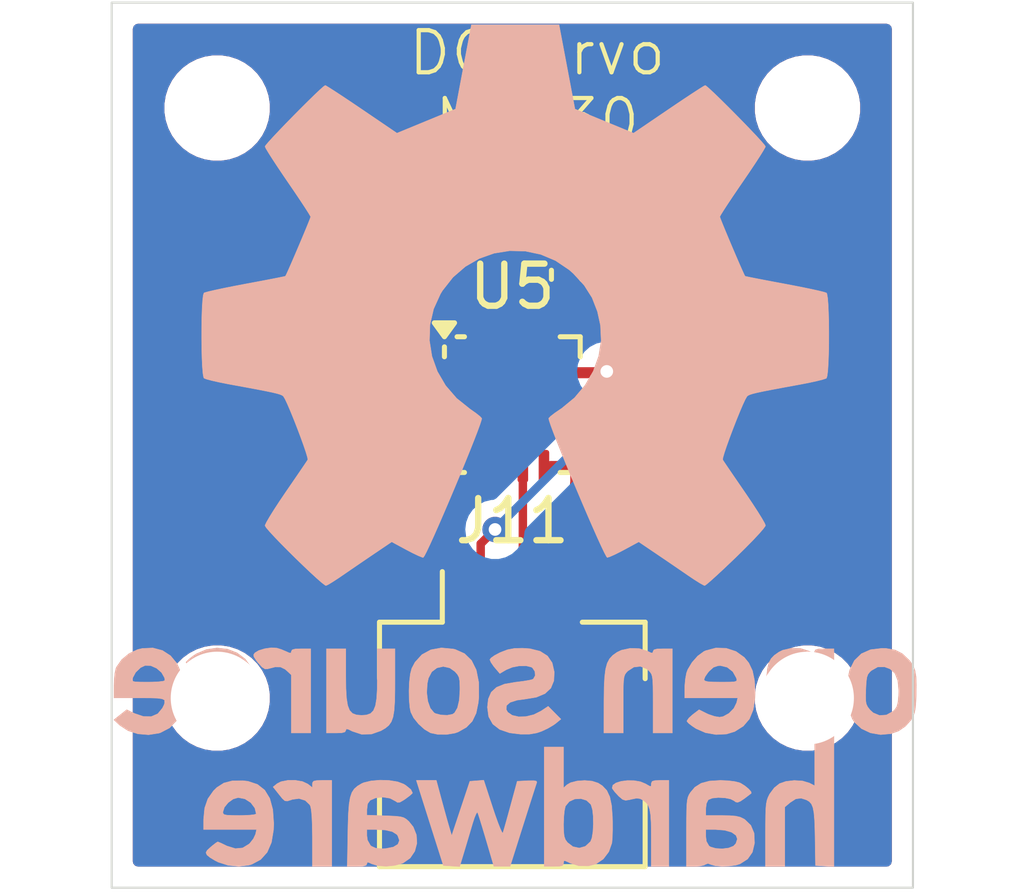
<source format=kicad_pcb>
(kicad_pcb (version 20240108) (generator "pcbnew") (generator_version "8.0")
  (layers (0 "F.Cu" signal "Front") (1 "In1.Cu" signal) (2 "In2.Cu" signal) (31 "B.Cu" signal "Back") (34 "B.Paste" user) (35 "F.Paste" user) (36 "B.SilkS" user "B.Silkscreen") (37 "F.SilkS" user "F.Silkscreen") (38 "B.Mask" user) (39 "F.Mask" user) (44 "Edge.Cuts" user))
  (net 0 "")
  (net 1 "+3.3V")
  (net 2 "GND1")
  (net 13 "Net-(J11-Pin_4)")
  (net 14 "Net-(J11-Pin_2)")
  (net 15 "Net-(J11-Pin_5)")
  (net 16 "Net-(J11-Pin_1)")
  (footprint "MountingHole:MountingHole_2.2mm_M2" (layer "F.Cu") (at 187.66 52.75)
    (property "Reference" "H2" (hide yes))
    (property "Value" "MountingHole")
    (pad "" np_thru_hole circle (at 0 0) (size 2.2 2.2) (drill 2.2) (layers "*.Cu" "*.Mask"))
  )
  (footprint "MountingHole:MountingHole_2.2mm_M2" (layer "F.Cu") (at 187.66 38.75)
    (property "Reference" "H8" (hide yes))
    (property "Value" "MountingHole")
    (pad "" np_thru_hole circle (at 0 0) (size 2.2 2.2) (drill 2.2) (layers "*.Cu" "*.Mask"))
  )
  (footprint "Connector_FFC-FPC:Hirose_FH12-6S-0.5SH_1x06-1MP_P0.50mm_Horizontal" (layer "F.Cu") (at 180.66 52.25)
    (property "Reference" "J11" (at 0 -3.7 0) (layer "F.SilkS"))
    (property "Value" "Conn_01x06_MountingPin" (hide yes))
    (fp_line (start -3.15 -1.3) (end -3.15 0.04) (stroke (width 0.12)) (layer "F.SilkS"))
    (fp_line (start -3.15 2.76) (end -3.15 4.5) (stroke (width 0.12)) (layer "F.SilkS"))
    (fp_line (start -3.15 4.5) (end 3.15 4.5) (stroke (width 0.12)) (layer "F.SilkS"))
    (fp_line (start -1.66 -1.3) (end -3.15 -1.3) (stroke (width 0.12)) (layer "F.SilkS"))
    (fp_line (start -1.66 -1.3) (end -1.66 -2.5) (stroke (width 0.12)) (layer "F.SilkS"))
    (fp_line (start 1.66 -1.3) (end 3.15 -1.3) (stroke (width 0.12)) (layer "F.SilkS"))
    (fp_line (start 3.15 -1.3) (end 3.15 0.04) (stroke (width 0.12)) (layer "F.SilkS"))
    (fp_line (start 3.15 4.5) (end 3.15 2.76) (stroke (width 0.12)) (layer "F.SilkS"))
    (pad "1" smd rect (at -1.25 -1.85) (size 0.3 1.3) (layers "F.Cu" "F.Paste" "F.Mask") (net 16 "Net-(J11-Pin_1)"))
    (pad "2" smd rect (at -0.75 -1.85) (size 0.3 1.3) (layers "F.Cu" "F.Paste" "F.Mask") (net 14 "Net-(J11-Pin_2)"))
    (pad "3" smd rect (at -0.25 -1.85) (size 0.3 1.3) (layers "F.Cu" "F.Paste" "F.Mask") (net 2 "GND1"))
    (pad "4" smd rect (at 0.25 -1.85) (size 0.3 1.3) (layers "F.Cu" "F.Paste" "F.Mask") (net 13 "Net-(J11-Pin_4)"))
    (pad "5" smd rect (at 0.75 -1.85) (size 0.3 1.3) (layers "F.Cu" "F.Paste" "F.Mask") (net 15 "Net-(J11-Pin_5)"))
    (pad "6" smd rect (at 1.25 -1.85) (size 0.3 1.3) (layers "F.Cu" "F.Paste" "F.Mask") (net 1 "+3.3V"))
    (pad "MP" smd rect (at -3.15 1.4) (size 1.8 2.2) (layers "F.Cu" "F.Paste" "F.Mask") (net 2 "GND1"))
    (pad "MP" smd rect (at 3.15 1.4) (size 1.8 2.2) (layers "F.Cu" "F.Paste" "F.Mask") (net 2 "GND1"))
  )
  (footprint "Package_DFN_QFN:QFN-16-1EP_3x3mm_P0.5mm_EP1.75x1.75mm" (layer "F.Cu") (at 180.66 45.787504)
    (property "Reference" "U5" (at 0 -2.8 0) (layer "F.SilkS"))
    (property "Value" "MA730")
    (fp_line (start -1.61 -1.135) (end -1.61 -1.37) (stroke (width 0.12)) (layer "F.SilkS"))
    (fp_line (start -1.61 1.61) (end -1.61 1.134999) (stroke (width 0.12)) (layer "F.SilkS"))
    (fp_line (start -1.135 1.61) (end -1.61 1.61) (stroke (width 0.12)) (layer "F.SilkS"))
    (fp_line (start -1.134999 -1.61) (end -1.31 -1.61) (stroke (width 0.12)) (layer "F.SilkS"))
    (fp_line (start 1.134999 1.61) (end 1.61 1.61) (stroke (width 0.12)) (layer "F.SilkS"))
    (fp_line (start 1.135 -1.61) (end 1.61 -1.61) (stroke (width 0.12)) (layer "F.SilkS"))
    (fp_line (start 1.61 -1.61) (end 1.61 -1.134999) (stroke (width 0.12)) (layer "F.SilkS"))
    (fp_line (start 1.61 1.61) (end 1.61 1.135) (stroke (width 0.12)) (layer "F.SilkS"))
    (fp_poly (pts (xy -1.61 -1.61) (xy -1.849998 -1.940001) (xy -1.37 -1.94) (xy -1.61 -1.61)) (stroke (width 0.12)) (fill solid) (layer "F.SilkS"))
    (pad "1" smd roundrect (at -1.462503 -0.749997) (size 0.775 0.25) (layers "F.Cu" "F.Paste" "F.Mask"))
    (pad "2" smd roundrect (at -1.4625 -0.249998) (size 0.775 0.25) (layers "F.Cu" "F.Paste" "F.Mask"))
    (pad "3" smd roundrect (at -1.462498 0.249999) (size 0.775 0.25) (layers "F.Cu" "F.Paste" "F.Mask"))
    (pad "4" smd roundrect (at -1.462496 0.75) (size 0.775 0.25) (layers "F.Cu" "F.Paste" "F.Mask") (net 15 "Net-(J11-Pin_5)"))
    (pad "5" smd roundrect (at -0.749997 1.462503) (size 0.25 0.775) (layers "F.Cu" "F.Paste" "F.Mask") (net 16 "Net-(J11-Pin_1)"))
    (pad "6" smd roundrect (at -0.249998 1.4625) (size 0.25 0.775) (layers "F.Cu" "F.Paste" "F.Mask"))
    (pad "7" smd roundrect (at 0.249999 1.462498) (size 0.25 0.775) (layers "F.Cu" "F.Paste" "F.Mask") (net 13 "Net-(J11-Pin_4)"))
    (pad "8" smd roundrect (at 0.75 1.462496) (size 0.25 0.775) (layers "F.Cu" "F.Paste" "F.Mask") (net 2 "GND1"))
    (pad "9" smd roundrect (at 1.462503 0.749997) (size 0.775 0.25) (layers "F.Cu" "F.Paste" "F.Mask"))
    (pad "10" smd roundrect (at 1.4625 0.249998) (size 0.775 0.25) (layers "F.Cu" "F.Paste" "F.Mask"))
    (pad "11" smd roundrect (at 1.462498 -0.249999) (size 0.775 0.25) (layers "F.Cu" "F.Paste" "F.Mask"))
    (pad "12" smd roundrect (at 1.462496 -0.75) (size 0.775 0.25) (layers "F.Cu" "F.Paste" "F.Mask") (net 14 "Net-(J11-Pin_2)"))
    (pad "13" smd roundrect (at 0.749997 -1.462503) (size 0.25 0.775) (layers "F.Cu" "F.Paste" "F.Mask") (net 1 "+3.3V"))
    (pad "14" smd roundrect (at 0.249998 -1.4625) (size 0.25 0.775) (layers "F.Cu" "F.Paste" "F.Mask"))
    (pad "15" smd roundrect (at -0.249999 -1.462498) (size 0.25 0.775) (layers "F.Cu" "F.Paste" "F.Mask"))
    (pad "16" smd roundrect (at -0.75 -1.462496) (size 0.25 0.775) (layers "F.Cu" "F.Paste" "F.Mask"))
    (pad "17" smd rect (at 0 0) (size 1.75 1.75) (property pad_prop_heatsink) (layers "F.Cu" "F.Mask") (net 2 "GND1"))
  )
  (footprint "MountingHole:MountingHole_2.2mm_M2" (layer "F.Cu") (at 173.66 52.75)
    (property "Reference" "H5" (hide yes))
    (property "Value" "MountingHole")
    (pad "" np_thru_hole circle (at 0 0) (size 2.2 2.2) (drill 2.2) (layers "*.Cu" "*.Mask"))
  )
  (footprint "MountingHole:MountingHole_2.2mm_M2" (layer "F.Cu") (at 173.66 38.75)
    (property "Reference" "H11" (hide yes))
    (property "Value" "MountingHole")
    (pad "" np_thru_hole circle (at 0 0) (size 2.2 2.2) (drill 2.2) (layers "*.Cu" "*.Mask"))
  )
  (footprint "Capacitor_SMD:C_0402_1005Metric" (layer "F.Cu") (at 181.947504 42.707504 -90)
    (property "Reference" "C20" (at 0.042496 -2.052496 180) (layer "F.SilkS"))
    (property "Value" "100nF")
    (fp_line (start -0.107835 0.359999) (end 0.107837 0.36) (stroke (width 0.12)) (layer "F.SilkS"))
    (fp_line (start -0.107837 -0.36) (end 0.107835 -0.359999) (stroke (width 0.12)) (layer "F.SilkS"))
    (pad "1" smd roundrect (at -0.48 0 270) (size 0.56 0.62) (layers "F.Cu" "F.Paste" "F.Mask") (net 2 "GND1"))
    (pad "2" smd roundrect (at 0.48 0 270) (size 0.56 0.62) (layers "F.Cu" "F.Paste" "F.Mask") (net 1 "+3.3V"))
  )
  (footprint "Symbol:OSHW-Logo_19x20mm_SilkScreen" (layer "B.Cu") (at 180.75 46.75 180)
    (property "Reference" "REF**" (hide yes))
    (property "Value" "OSHW-Logo_19x20mm_SilkScreen" (hide yes))
    (fp_poly (pts (xy 5.958869 -4.828231) (xy 6.102092 -4.871989) (xy 6.194306 -4.92728) (xy 6.224344 -4.971004) (xy 6.216076 -5.022834) (xy 6.162427 -5.104259) (xy 6.117063 -5.161927) (xy 6.023546 -5.266182) (xy 5.953287 -5.310045) (xy 5.893393 -5.307182) (xy 5.71572 -5.261967) (xy 5.585234 -5.26402) (xy 5.479273 -5.315261) (xy 5.4437 -5.345252) (xy 5.329836 -5.450778) (xy 5.329836 -6.828853) (xy 4.871803 -6.828853) (xy 4.871803 -4.830164) (xy 5.10082 -4.830164) (xy 5.238318 -4.835602) (xy 5.309258 -4.854909) (xy 5.329827 -4.892576) (xy 5.329836 -4.893692) (xy 5.33955 -4.933146) (xy 5.383478 -4.928) (xy 5.444344 -4.899536) (xy 5.570054 -4.846569) (xy 5.672134 -4.814703) (xy 5.80348 -4.806533) (xy 5.958869 -4.828231)) (stroke (width 0.01)) (fill solid) (layer "B.SilkS"))
    (fp_poly (pts (xy 5.415107 -7.95246) (xy 5.575182 -7.984017) (xy 5.666312 -8.030743) (xy 5.762179 -8.10837) (xy 5.625787 -8.280579) (xy 5.541694 -8.384867) (xy 5.484592 -8.435746) (xy 5.427844 -8.443519) (xy 5.344811 -8.418488) (xy 5.305833 -8.404327) (xy 5.146926 -8.383433) (xy 5.001399 -8.42822) (xy 4.89456 -8.529399) (xy 4.877205 -8.561659) (xy 4.858303 -8.647115) (xy 4.843716 -8.804606) (xy 4.834126 -9.022969) (xy 4.830219 -9.291038) (xy 4.830164 -9.329172) (xy 4.830164 -9.993443) (xy 4.372131 -9.993443) (xy 4.372131 -7.953115) (xy 4.601148 -7.953115) (xy 4.733199 -7.956563) (xy 4.801992 -7.971907) (xy 4.82743 -8.006648) (xy 4.830164 -8.039416) (xy 4.830164 -8.125717) (xy 4.939878 -8.039416) (xy 5.06568 -7.980538) (xy 5.234681 -7.951426) (xy 5.415107 -7.95246)) (stroke (width 0.01)) (fill solid) (layer "B.SilkS"))
    (fp_poly (pts (xy -3.289475 -7.95754) (xy -3.227163 -7.976218) (xy -3.207075 -8.017255) (xy -3.20623 -8.035782) (xy -3.202625 -8.087383) (xy -3.1778 -8.095484) (xy -3.110737 -8.060108) (xy -3.070902 -8.035937) (xy -2.945227 -7.984175) (xy -2.795123 -7.958581) (xy -2.637737 -7.956613) (xy -2.490214 -7.975729) (xy -2.3697 -8.013387) (xy -2.29334 -8.067044) (xy -2.278281 -8.134158) (xy -2.285881 -8.152333) (xy -2.341282 -8.227777) (xy -2.42719 -8.320568) (xy -2.442728 -8.335568) (xy -2.524612 -8.40454) (xy -2.595263 -8.426825) (xy -2.694068 -8.411272) (xy -2.733652 -8.400938) (xy -2.856828 -8.376116) (xy -2.943436 -8.387278) (xy -3.016576 -8.426646) (xy -3.083574 -8.479479) (xy -3.132918 -8.545924) (xy -3.167209 -8.638652) (xy -3.189048 -8.770334) (xy -3.201034 -8.953641) (xy -3.205769 -9.201246) (xy -3.20623 -9.350744) (xy -3.20623 -9.993443) (xy -3.622623 -9.993443) (xy -3.622623 -7.953115) (xy -3.414426 -7.953115) (xy -3.289475 -7.95754)) (stroke (width 0.01)) (fill solid) (layer "B.SilkS"))
    (fp_poly (pts (xy 3.289508 -5.478311) (xy 3.293444 -5.783698) (xy 3.307823 -6.01566) (xy 3.336504 -6.183786) (xy 3.383348 -6.297671) (xy 3.452211 -6.366905) (xy 3.546954 -6.40108) (xy 3.664262 -6.409811) (xy 3.787123 -6.400028) (xy 3.880444 -6.364287) (xy 3.948084 -6.292995) (xy 3.993901 -6.176561) (xy 4.021755 -6.005391) (xy 4.035504 -5.769896) (xy 4.039016 -5.478311) (xy 4.039016 -4.830164) (xy 4.497049 -4.830164) (xy 4.497049 -6.828853) (xy 4.268033 -6.828853) (xy 4.129971 -6.823258) (xy 4.058878 -6.803611) (xy 4.039016 -6.766313) (xy 4.027054 -6.733094) (xy 3.979447 -6.740121) (xy 3.883485 -6.787132) (xy 3.663548 -6.859654) (xy 3.430274 -6.854516) (xy 3.206755 -6.775766) (xy 3.100313 -6.713558) (xy 3.019122 -6.646204) (xy 2.959808 -6.561928) (xy 2.918996 -6.448957) (xy 2.893312 -6.295515) (xy 2.879381 -6.089827) (xy 2.873829 -5.820118) (xy 2.873115 -5.611551) (xy 2.873115 -4.830164) (xy 3.289508 -4.830164) (xy 3.289508 -5.478311)) (stroke (width 0.01)) (fill solid) (layer "B.SilkS"))
    (fp_poly (pts (xy -2.496892 -4.864563) (xy -2.39326 -4.914062) (xy -2.292894 -4.985561) (xy -2.216432 -5.067853) (xy -2.160738 -5.172811) (xy -2.122677 -5.312313) (xy -2.099115 -5.498233) (xy -2.086915 -5.742448) (xy -2.082944 -6.056833) (xy -2.082882 -6.089754) (xy -2.081967 -6.828853) (xy -2.54 -6.828853) (xy -2.54 -6.147481) (xy -2.540326 -5.89505) (xy -2.542581 -5.712093) (xy -2.548681 -5.584807) (xy -2.560541 -5.499386) (xy -2.580076 -5.442026) (xy -2.609203 -5.398924) (xy -2.649776 -5.356334) (xy -2.791731 -5.264824) (xy -2.946694 -5.247843) (xy -3.094323 -5.305701) (xy -3.145663 -5.348763) (xy -3.183353 -5.389249) (xy -3.210413 -5.432607) (xy -3.228603 -5.492463) (xy -3.239684 -5.582441) (xy -3.245414 -5.716168) (xy -3.247556 -5.90727) (xy -3.247869 -6.139911) (xy -3.247869 -6.828853) (xy -3.705902 -6.828853) (xy -3.705902 -4.830164) (xy -3.476885 -4.830164) (xy -3.339386 -4.835602) (xy -3.268447 -4.854909) (xy -3.247878 -4.892576) (xy -3.247869 -4.893692) (xy -3.238325 -4.930581) (xy -3.196233 -4.926395) (xy -3.112541 -4.885861) (xy -2.922727 -4.826224) (xy -2.705599 -4.819591) (xy -2.496892 -4.864563)) (stroke (width 0.01)) (fill solid) (layer "B.SilkS"))
    (fp_poly (pts (xy 7.342288 -4.847602) (xy 7.583543 -4.95009) (xy 7.659531 -4.999981) (xy 7.756648 -5.076651) (xy 7.817612 -5.136936) (xy 7.828197 -5.156571) (xy 7.798308 -5.200142) (xy 7.721819 -5.274077) (xy 7.660582 -5.325679) (xy 7.492967 -5.460378) (xy 7.360614 -5.34901) (xy 7.258336 -5.277113) (xy 7.15861 -5.252296) (xy 7.044475 -5.258357) (xy 6.863234 -5.303418) (xy 6.738475 -5.396949) (xy 6.662658 -5.548154) (xy 6.62824 -5.766236) (xy 6.628231 -5.766373) (xy 6.631208 -6.010124) (xy 6.677467 -6.188966) (xy 6.769742 -6.31073) (xy 6.83265 -6.351964) (xy 6.999717 -6.403311) (xy 7.178162 -6.403342) (xy 7.333415 -6.353522) (xy 7.370164 -6.32918) (xy 7.46233 -6.267004) (xy 7.534387 -6.256813) (xy 7.612102 -6.303092) (xy 7.698018 -6.386212) (xy 7.834011 -6.526521) (xy 7.683023 -6.650978) (xy 7.44974 -6.791443) (xy 7.186673 -6.860666) (xy 6.91176 -6.855653) (xy 6.731216 -6.809755) (xy 6.520194 -6.696249) (xy 6.351426 -6.517685) (xy 6.274753 -6.391639) (xy 6.212654 -6.210791) (xy 6.181581 -5.981745) (xy 6.181342 -5.73351) (xy 6.211743 -5.495093) (xy 6.272592 -5.295503) (xy 6.282176 -5.275039) (xy 6.424102 -5.074341) (xy 6.616259 -4.928217) (xy 6.843464 -4.839698) (xy 7.090535 -4.811815) (xy 7.342288 -4.847602)) (stroke (width 0.01)) (fill solid) (layer "B.SilkS"))
    (fp_poly (pts (xy 2.022521 -4.854805) (xy 2.233136 -4.969505) (xy 2.397915 -5.150574) (xy 2.475554 -5.297838) (xy 2.508886 -5.427907) (xy 2.530483 -5.613333) (xy 2.539739 -5.826939) (xy 2.536045 -6.04155) (xy 2.518794 -6.229991) (xy 2.498643 -6.330637) (xy 2.430667 -6.468323) (xy 2.312942 -6.614566) (xy 2.171065 -6.742452) (xy 2.030632 -6.825063) (xy 2.027207 -6.826373) (xy 1.852945 -6.862472) (xy 1.646427 -6.863365) (xy 1.450174 -6.830501) (xy 1.374396 -6.804161) (xy 1.179221 -6.693484) (xy 1.039438 -6.548478) (xy 0.947599 -6.356503) (xy 0.896254 -6.10492) (xy 0.884637 -5.973142) (xy 0.886119 -5.807553) (xy 1.332459 -5.807553) (xy 1.347494 -6.049177) (xy 1.390772 -6.233303) (xy 1.459551 -6.350949) (xy 1.50855 -6.38459) (xy 1.634093 -6.40805) (xy 1.783318 -6.401104) (xy 1.912333 -6.367345) (xy 1.946166 -6.348772) (xy 2.035428 -6.240599) (xy 2.094345 -6.075051) (xy 2.119424 -5.873581) (xy 2.107174 -5.657646) (xy 2.079796 -5.52769) (xy 2.001191 -5.377191) (xy 1.877104 -5.283114) (xy 1.727661 -5.250587) (xy 1.572987 -5.284738) (xy 1.454174 -5.368273) (xy 1.391735 -5.437193) (xy 1.355293 -5.505126) (xy 1.337923 -5.597064) (xy 1.332699 -5.737999) (xy 1.332459 -5.807553) (xy 0.886119 -5.807553) (xy 0.887785 -5.621495) (xy 0.945056 -5.333134) (xy 1.056457 -5.108049) (xy 1.221993 -4.94623) (xy 1.44167 -4.847666) (xy 1.488842 -4.836236) (xy 1.772336 -4.809406) (xy 2.022521 -4.854805)) (stroke (width 0.01)) (fill solid) (layer "B.SilkS"))
    (fp_poly (pts (xy 1.096942 -7.973935) (xy 1.312248 -8.619344) (xy 1.527555 -9.264754) (xy 1.595064 -9.035738) (xy 1.635691 -8.894204) (xy 1.689133 -8.702936) (xy 1.746842 -8.492693) (xy 1.777355 -8.379918) (xy 1.892136 -7.953115) (xy 2.365687 -7.953115) (xy 2.224139 -8.400738) (xy 2.154433 -8.620903) (xy 2.070223 -8.886471) (xy 1.982281 -9.163492) (xy 1.903772 -9.410492) (xy 1.724952 -9.972623) (xy 1.531882 -9.985185) (xy 1.338811 -9.997746) (xy 1.234118 -9.65207) (xy 1.169553 -9.437335) (xy 1.099092 -9.200604) (xy 1.037511 -8.991526) (xy 1.035081 -8.983205) (xy 0.989085 -8.841537) (xy 0.948503 -8.744874) (xy 0.92008 -8.708321) (xy 0.914239 -8.712549) (xy 0.893738 -8.769217) (xy 0.854785 -8.890605) (xy 0.802122 -9.061448) (xy 0.740491 -9.266482) (xy 0.707143 -9.379262) (xy 0.526546 -9.993443) (xy 0.143267 -9.993443) (xy -0.163133 -9.025328) (xy -0.249209 -8.753759) (xy -0.32762 -8.507138) (xy -0.394661 -8.297048) (xy -0.446631 -8.135076) (xy -0.479826 -8.032808) (xy -0.489916 -8.002928) (xy -0.481928 -7.972334) (xy -0.419208 -7.958935) (xy -0.288685 -7.960275) (xy -0.268253 -7.961288) (xy -0.026208 -7.973935) (xy 0.132317 -8.556885) (xy 0.190585 -8.769486) (xy 0.242655 -8.956377) (xy 0.283944 -9.101331) (xy 0.309866 -9.18812) (xy 0.314656 -9.202269) (xy 0.334504 -9.185998) (xy 0.37453 -9.101697) (xy 0.430138 -8.960842) (xy 0.496731 -8.774911) (xy 0.553024 -8.606956) (xy 0.767578 -7.949209) (xy 1.096942 -7.973935)) (stroke (width 0.01)) (fill solid) (layer "B.SilkS"))
    (fp_poly (pts (xy -0.66623 -9.993443) (xy -0.895246 -9.993443) (xy -1.028175 -9.989546) (xy -1.097405 -9.973407) (xy -1.122332 -9.938354) (xy -1.124262 -9.914653) (xy -1.128466 -9.867123) (xy -1.154974 -9.858008) (xy -1.224633 -9.887308) (xy -1.278804 -9.914653) (xy -1.486777 -9.979451) (xy -1.712853 -9.983201) (xy -1.896655 -9.934873) (xy -2.067813 -9.818118) (xy -2.198284 -9.645781) (xy -2.269727 -9.442506) (xy -2.271546 -9.431141) (xy -2.282161 -9.307136) (xy -2.28744 -9.129117) (xy -2.287016 -8.99448) (xy -1.832172 -8.99448) (xy -1.821635 -9.173428) (xy -1.797666 -9.320924) (xy -1.765217 -9.404217) (xy -1.642456 -9.518041) (xy -1.496701 -9.558845) (xy -1.346393 -9.525848) (xy -1.217951 -9.427422) (xy -1.169308 -9.361224) (xy -1.140866 -9.282231) (xy -1.127544 -9.166926) (xy -1.124262 -8.993736) (xy -1.130135 -8.822229) (xy -1.145647 -8.67154) (xy -1.167638 -8.570698) (xy -1.171303 -8.561659) (xy -1.259988 -8.454195) (xy -1.389428 -8.395195) (xy -1.534257 -8.385669) (xy -1.669109 -8.426626) (xy -1.768617 -8.519076) (xy -1.77894 -8.537473) (xy -1.81125 -8.649646) (xy -1.828852 -8.810934) (xy -1.832172 -8.99448) (xy -2.287016 -8.99448) (xy -2.2868 -8.926212) (xy -2.283806 -8.81701) (xy -2.263442 -8.546856) (xy -2.221117 -8.344024) (xy -2.150706 -8.194077) (xy -2.046088 -8.082579) (xy -1.944521 -8.017127) (xy -1.802616 -7.971117) (xy -1.626121 -7.955336) (xy -1.445393 -7.96819) (xy -1.290787 -8.008081) (xy -1.209101 -8.055801) (xy -1.124262 -8.132579) (xy -1.124262 -7.161967) (xy -0.66623 -7.161967) (xy -0.66623 -9.993443)) (stroke (width 0.01)) (fill solid) (layer "B.SilkS"))
    (fp_poly (pts (xy -8.40539 -4.851802) (xy -8.187553 -4.948108) (xy -8.022184 -5.108919) (xy -7.909043 -5.334482) (xy -7.847888 -5.625042) (xy -7.843505 -5.670408) (xy -7.84007 -5.990256) (xy -7.884602 -6.270614) (xy -7.974391 -6.497847) (xy -8.022471 -6.570941) (xy -8.189945 -6.725643) (xy -8.403232 -6.825838) (xy -8.641846 -6.867418) (xy -8.885303 -6.846272) (xy -9.07037 -6.781145) (xy -9.229521 -6.671393) (xy -9.359596 -6.527496) (xy -9.361846 -6.52413) (xy -9.41467 -6.435314) (xy -9.448999 -6.346005) (xy -9.469788 -6.233294) (xy -9.481991 -6.074273) (xy -9.487367 -5.943868) (xy -9.489605 -5.825611) (xy -9.073294 -5.825611) (xy -9.069225 -5.943335) (xy -9.054455 -6.100049) (xy -9.028398 -6.200621) (xy -8.981407 -6.272173) (xy -8.937397 -6.313971) (xy -8.781377 -6.401484) (xy -8.618131 -6.413179) (xy -8.466096 -6.350212) (xy -8.39008 -6.279653) (xy -8.335303 -6.20855) (xy -8.303263 -6.140512) (xy -8.2892 -6.051967) (xy -8.288358 -5.919339) (xy -8.292691 -5.797195) (xy -8.302011 -5.62271) (xy -8.316788 -5.509538) (xy -8.34342 -5.435721) (xy -8.388309 -5.379298) (xy -8.42388 -5.34705) (xy -8.572671 -5.26234) (xy -8.733187 -5.258117) (xy -8.86778 -5.308292) (xy -8.9826 -5.413075) (xy -9.051004 -5.585198) (xy -9.073294 -5.825611) (xy -9.489605 -5.825611) (xy -9.492276 -5.684548) (xy -9.483893 -5.49061) (xy -9.458772 -5.344745) (xy -9.413468 -5.229641) (xy -9.344536 -5.127986) (xy -9.318978 -5.097802) (xy -9.159175 -4.947412) (xy -8.987769 -4.859566) (xy -8.778151 -4.822762) (xy -8.675936 -4.819754) (xy -8.40539 -4.851802)) (stroke (width 0.01)) (fill solid) (layer "B.SilkS"))
    (fp_poly (pts (xy 8.867792 -4.823019) (xy 8.974414 -4.848922) (xy 9.17883 -4.943772) (xy 9.353625 -5.088633) (xy 9.474597 -5.26232) (xy 9.491217 -5.301317) (xy 9.514016 -5.403465) (xy 9.529975 -5.554573) (xy 9.53541 -5.707301) (xy 9.53541 -5.996066) (xy 8.931639 -5.996066) (xy 8.682619 -5.997007) (xy 8.507189 -6.002723) (xy 8.395665 -6.01755) (xy 8.33836 -6.045827) (xy 8.325588 -6.09189) (xy 8.347662 -6.160077) (xy 8.387205 -6.239863) (xy 8.497509 -6.373017) (xy 8.650792 -6.439355) (xy 8.838141 -6.437194) (xy 9.050363 -6.364991) (xy 9.233773 -6.275883) (xy 9.385962 -6.39622) (xy 9.538151 -6.516558) (xy 9.394974 -6.648843) (xy 9.203828 -6.773832) (xy 8.968753 -6.849189) (xy 8.715898 -6.870278) (xy 8.471413 -6.83246) (xy 8.431967 -6.819628) (xy 8.21709 -6.707414) (xy 8.05725 -6.540118) (xy 7.94908 -6.312748) (xy 7.88921 -6.020308) (xy 7.888513 -6.01404) (xy 7.883152 -5.695332) (xy 7.904823 -5.581632) (xy 8.327869 -5.581632) (xy 8.366722 -5.599116) (xy 8.472205 -5.612508) (xy 8.627707 -5.620155) (xy 8.726249 -5.621312) (xy 8.910013 -5.620588) (xy 9.024914 -5.615983) (xy 9.085366 -5.603848) (xy 9.105783 -5.58053) (xy 9.100581 -5.542382) (xy 9.096217 -5.527623) (xy 9.021724 -5.388944) (xy 8.904566 -5.277179) (xy 8.801173 -5.228066) (xy 8.663816 -5.231032) (xy 8.524629 -5.292278) (xy 8.407874 -5.393683) (xy 8.33781 -5.517122) (xy 8.327869 -5.581632) (xy 7.904823 -5.581632) (xy 7.936579 -5.41502) (xy 8.042572 -5.17978) (xy 8.194911 -4.996284) (xy 8.387374 -4.871209) (xy 8.613742 -4.811229) (xy 8.867792 -4.823019)) (stroke (width 0.01)) (fill solid) (layer "B.SilkS"))
    (fp_poly (pts (xy 0.046418 -4.823003) (xy 0.2041 -4.852907) (xy 0.367685 -4.915452) (xy 0.385164 -4.923426) (xy 0.509217 -4.988656) (xy 0.595129 -5.049274) (xy 0.622898 -5.088106) (xy 0.596453 -5.151437) (xy 0.53222 -5.244881) (xy 0.503708 -5.279762) (xy 0.386211 -5.417066) (xy 0.234732 -5.327691) (xy 0.09057 -5.268152) (xy -0.076 -5.236326) (xy -0.235738 -5.234316) (xy -0.359406 -5.264221) (xy -0.389084 -5.282886) (xy -0.445602 -5.368466) (xy -0.452471 -5.467049) (xy -0.41018 -5.544062) (xy -0.385164 -5.558998) (xy -0.310204 -5.577547) (xy -0.178439 -5.599348) (xy -0.016009 -5.62018) (xy 0.013956 -5.623447) (xy 0.27484 -5.668575) (xy 0.464055 -5.74523) (xy 0.589543 -5.860491) (xy 0.659243 -6.021435) (xy 0.680956 -6.218015) (xy 0.650961 -6.441473) (xy 0.553559 -6.616949) (xy 0.388361 -6.744758) (xy 0.154977 -6.825218) (xy -0.104098 -6.856962) (xy -0.315367 -6.85658) (xy -0.486735 -6.827749) (xy -0.60377 -6.787944) (xy -0.75165 -6.718587) (xy -0.888313 -6.638097) (xy -0.936885 -6.60267) (xy -1.061803 -6.500705) (xy -0.760491 -6.195813) (xy -0.589204 -6.309165) (xy -0.417406 -6.3943) (xy -0.233952 -6.43883) (xy -0.057603 -6.443528) (xy 0.092881 -6.40917) (xy 0.19874 -6.336529) (xy 0.232921 -6.275238) (xy 0.227794 -6.176941) (xy 0.142857 -6.101773) (xy -0.021657 -6.049866) (xy -0.201899 -6.025875) (xy -0.479291 -5.980104) (xy -0.685365 -5.893748) (xy -0.822878 -5.76428) (xy -0.894587 -5.589172) (xy -0.904521 -5.381565) (xy -0.855452 -5.164714) (xy -0.74358 -5.000805) (xy -0.567903 -4.889088) (xy -0.327419 -4.828814) (xy -0.149257 -4.816999) (xy 0.046418 -4.823003)) (stroke (width 0.01)) (fill solid) (layer "B.SilkS"))
    (fp_poly (pts (xy 6.730842 -7.963999) (xy 6.929876 -8.015746) (xy 7.096561 -8.122544) (xy 7.177269 -8.202326) (xy 7.309568 -8.390931) (xy 7.38539 -8.60972) (xy 7.411438 -8.878668) (xy 7.411571 -8.90041) (xy 7.411803 -9.119017) (xy 6.153595 -9.119017) (xy 6.180415 -9.233525) (xy 6.228841 -9.337232) (xy 6.313596 -9.44529) (xy 6.331323 -9.462541) (xy 6.48368 -9.555904) (xy 6.657424 -9.571738) (xy 6.857411 -9.510313) (xy 6.891311 -9.493771) (xy 6.995288 -9.443484) (xy 7.064931 -9.414834) (xy 7.077083 -9.412184) (xy 7.119501 -9.437913) (xy 7.200399 -9.500861) (xy 7.241465 -9.535259) (xy 7.32656 -9.614276) (xy 7.354503 -9.666451) (xy 7.33511 -9.714446) (xy 7.324743 -9.72757) (xy 7.254531 -9.785008) (xy 7.138674 -9.854813) (xy 7.057869 -9.895564) (xy 6.828501 -9.967362) (xy 6.574564 -9.990625) (xy 6.334074 -9.963059) (xy 6.266721 -9.943321) (xy 6.058262 -9.831612) (xy 5.903746 -9.659721) (xy 5.802278 -9.425979) (xy 5.752965 -9.128716) (xy 5.747551 -8.973279) (xy 5.763359 -8.746973) (xy 6.162623 -8.746973) (xy 6.20124 -8.763702) (xy 6.305042 -8.776829) (xy 6.455956 -8.784575) (xy 6.558197 -8.785902) (xy 6.742101 -8.784623) (xy 6.858174 -8.778638) (xy 6.921852 -8.764724) (xy 6.948567 -8.739655) (xy 6.95377 -8.70328) (xy 6.918073 -8.591229) (xy 6.828196 -8.480488) (xy 6.709966 -8.395489) (xy 6.59169 -8.360718) (xy 6.431044 -8.391563) (xy 6.291978 -8.480732) (xy 6.195557 -8.609263) (xy 6.162623 -8.746973) (xy 5.763359 -8.746973) (xy 5.770572 -8.643733) (xy 5.841624 -8.381175) (xy 5.96221 -8.183525) (xy 6.133834 -8.048702) (xy 6.357998 -7.974626) (xy 6.479438 -7.96036) (xy 6.730842 -7.963999)) (stroke (width 0.01)) (fill solid) (layer "B.SilkS"))
    (fp_poly (pts (xy -4.492675 -4.876526) (xy -4.451181 -4.896061) (xy -4.307566 -5.001263) (xy -4.171764 -5.154793) (xy -4.070362 -5.323845) (xy -4.04152 -5.401567) (xy -4.015206 -5.540398) (xy -3.999515 -5.708177) (xy -3.997609 -5.777459) (xy -3.997377 -5.996066) (xy -5.255585 -5.996066) (xy -5.228766 -6.110574) (xy -5.162934 -6.246004) (xy -5.047839 -6.363046) (xy -4.910913 -6.438442) (xy -4.823658 -6.454098) (xy -4.705328 -6.435099) (xy -4.564149 -6.387446) (xy -4.516189 -6.365521) (xy -4.338829 -6.276944) (xy -4.18747 -6.392391) (xy -4.100131 -6.470474) (xy -4.053658 -6.534922) (xy -4.051305 -6.553837) (xy -4.092822 -6.599681) (xy -4.18381 -6.669349) (xy -4.266395 -6.7237) (xy -4.489249 -6.821405) (xy -4.739087 -6.865628) (xy -4.98671 -6.85413) (xy -5.184098 -6.794029) (xy -5.387576 -6.665284) (xy -5.532179 -6.495774) (xy -5.622639 -6.276462) (xy -5.663689 -5.998309) (xy -5.667329 -5.871034) (xy -5.652761 -5.579375) (xy -5.650972 -5.570891) (xy -5.234059 -5.570891) (xy -5.222577 -5.598242) (xy -5.175384 -5.613324) (xy -5.078049 -5.619788) (xy -4.916136 -5.621285) (xy -4.85379 -5.621312) (xy -4.664103 -5.619052) (xy -4.543811 -5.610844) (xy -4.479116 -5.59455) (xy -4.45622 -5.568027) (xy -4.45541 -5.55951) (xy -4.48154 -5.491825) (xy -4.546937 -5.397005) (xy -4.575052 -5.363805) (xy -4.679426 -5.269906) (xy -4.788225 -5.232988) (xy -4.846843 -5.229902) (xy -5.005426 -5.268493) (xy -5.138413 -5.372155) (xy -5.222772 -5.522717) (xy -5.224267 -5.527623) (xy -5.234059 -5.570891) (xy -5.650972 -5.570891) (xy -5.604316 -5.349722) (xy -5.517045 -5.165983) (xy -5.410311 -5.035557) (xy -5.21298 -4.894131) (xy -4.981015 -4.818556) (xy -4.734288 -4.811724) (xy -4.492675 -4.876526)) (stroke (width 0.01)) (fill solid) (layer "B.SilkS"))
    (fp_poly (pts (xy 3.43867 -7.96548) (xy 3.614179 -8.008109) (xy 3.664912 -8.030693) (xy 3.763254 -8.089847) (xy 3.838727 -8.156472) (xy 3.894571 -8.242135) (xy 3.934026 -8.358405) (xy 3.960332 -8.516848) (xy 3.976729 -8.729034) (xy 3.986457 -9.006529) (xy 3.990151 -9.191885) (xy 4.003745 -9.993443) (xy 3.771544 -9.993443) (xy 3.630677 -9.987536) (xy 3.558102 -9.96735) (xy 3.539344 -9.933453) (xy 3.529441 -9.896799) (xy 3.485166 -9.903807) (xy 3.424836 -9.933197) (xy 3.273803 -9.978246) (xy 3.079693 -9.990385) (xy 2.875531 -9.970529) (xy 2.69434 -9.919592) (xy 2.678089 -9.912522) (xy 2.512491 -9.796188) (xy 2.403324 -9.634467) (xy 2.353091 -9.44543) (xy 2.356928 -9.377515) (xy 2.766763 -9.377515) (xy 2.802875 -9.468914) (xy 2.909942 -9.534411) (xy 3.082684 -9.569563) (xy 3.175 -9.574231) (xy 3.32885 -9.562282) (xy 3.431115 -9.515844) (xy 3.456066 -9.493771) (xy 3.523661 -9.373681) (xy 3.539344 -9.264754) (xy 3.539344 -9.119017) (xy 3.336352 -9.119017) (xy 3.100387 -9.131043) (xy 2.934881 -9.168871) (xy 2.830305 -9.235121) (xy 2.806891 -9.264656) (xy 2.766763 -9.377515) (xy 2.356928 -9.377515) (xy 2.364295 -9.247148) (xy 2.43944 -9.057692) (xy 2.541968 -8.929656) (xy 2.604065 -8.874302) (xy 2.664855 -8.837924) (xy 2.743952 -8.815744) (xy 2.860971 -8.802982) (xy 3.035527 -8.794857) (xy 3.104763 -8.792521) (xy 3.539344 -8.778321) (xy 3.538707 -8.646784) (xy 3.521876 -8.508519) (xy 3.461026 -8.424917) (xy 3.338095 -8.371507) (xy 3.334797 -8.370555) (xy 3.160504 -8.349555) (xy 2.989952 -8.376985) (xy 2.8632 -8.443689) (xy 2.812342 -8.476625) (xy 2.757565 -8.472068) (xy 2.673272 -8.424349) (xy 2.623773 -8.390671) (xy 2.526955 -8.318716) (xy 2.466982 -8.264779) (xy 2.457359 -8.249337) (xy 2.496985 -8.169424) (xy 2.614064 -8.073989) (xy 2.664918 -8.041789) (xy 2.811113 -7.986332) (xy 3.008137 -7.954913) (xy 3.226989 -7.947855) (xy 3.43867 -7.96548)) (stroke (width 0.01)) (fill solid) (layer "B.SilkS"))
    (fp_poly (pts (xy -4.583779 -7.969247) (xy -4.387889 -8.021514) (xy -4.238767 -8.116253) (xy -4.133535 -8.240338) (xy -4.100821 -8.293296) (xy -4.076669 -8.348768) (xy -4.059784 -8.41973) (xy -4.048873 -8.519154) (xy -4.04264 -8.660016) (xy -4.039791 -8.855289) (xy -4.039032 -9.117948) (xy -4.039016 -9.187633) (xy -4.039016 -9.993443) (xy -4.238885 -9.993443) (xy -4.36637 -9.984515) (xy -4.460634 -9.961896) (xy -4.484251 -9.947946) (xy -4.548815 -9.92387) (xy -4.614759 -9.947946) (xy -4.723332 -9.978003) (xy -4.881042 -9.9901) (xy -5.055844 -9.984851) (xy -5.215693 -9.962869) (xy -5.309016 -9.934663) (xy -5.489609 -9.818731) (xy -5.60247 -9.657847) (xy -5.653209 -9.443936) (xy -5.65368 -9.438443) (xy -5.649227 -9.343547) (xy -5.246557 -9.343547) (xy -5.211354 -9.451484) (xy -5.154014 -9.512229) (xy -5.038913 -9.558172) (xy -4.886986 -9.576512) (xy -4.732061 -9.567485) (xy -4.607964 -9.531332) (xy -4.573197 -9.508137) (xy -4.512444 -9.40096) (xy -4.497049 -9.27912) (xy -4.497049 -9.119017) (xy -4.727403 -9.119017) (xy -4.946241 -9.135863) (xy -5.112137 -9.183593) (xy -5.215338 -9.257986) (xy -5.246557 -9.343547) (xy -5.649227 -9.343547) (xy -5.642713 -9.204731) (xy -5.565631 -9.019946) (xy -5.420714 -8.880206) (xy -5.400683 -8.867495) (xy -5.31461 -8.826105) (xy -5.208073 -8.801041) (xy -5.059141 -8.788858) (xy -4.882213 -8.786057) (xy -4.497049 -8.785902) (xy -4.497049 -8.624443) (xy -4.513387 -8.499168) (xy -4.555078 -8.415241) (xy -4.559959 -8.410773) (xy -4.652736 -8.374059) (xy -4.792784 -8.359828) (xy -4.947555 -8.366821) (xy -5.084499 -8.39378) (xy -5.165759 -8.434212) (xy -5.20979 -8.466601) (xy -5.256285 -8.472784) (xy -5.320451 -8.446248) (xy -5.417495 -8.380479) (xy -5.562626 -8.268963) (xy -5.575947 -8.258516) (xy -5.569121 -8.219862) (xy -5.512178 -8.155572) (xy -5.42563 -8.084131) (xy -5.329992 -8.024021) (xy -5.299944 -8.009827) (xy -5.190341 -7.981503) (xy -5.029735 -7.9613) (xy -4.850302 -7.953196) (xy -4.841911 -7.95318) (xy -4.583779 -7.969247)) (stroke (width 0.01)) (fill solid) (layer "B.SilkS"))
    (fp_poly (pts (xy -6.320808 -4.865166) (xy -6.233015 -4.90854) (xy -6.124751 -4.984122) (xy -6.045845 -5.066542) (xy -5.991805 -5.170037) (xy -5.958141 -5.308843) (xy -5.940363 -5.497194) (xy -5.93398 -5.749328) (xy -5.933607 -5.857724) (xy -5.934696 -6.095287) (xy -5.939222 -6.265068) (xy -5.949068 -6.38255) (xy -5.966118 -6.463215) (xy -5.992259 -6.522545) (xy -6.019458 -6.56302) (xy -6.19308 -6.735225) (xy -6.397538 -6.838806) (xy -6.618104 -6.86996) (xy -6.840046 -6.824885) (xy -6.91036 -6.793009) (xy -7.078689 -6.705271) (xy -7.078689 -8.080172) (xy -6.955838 -8.016643) (xy -6.793967 -7.967491) (xy -6.595005 -7.9549) (xy -6.396328 -7.978147) (xy -6.24629 -8.03037) (xy -6.121841 -8.129826) (xy -6.015508 -8.272143) (xy -6.007513 -8.286755) (xy -5.973793 -8.355582) (xy -5.949166 -8.424956) (xy -5.932214 -8.508996) (xy -5.921519 -8.621816) (xy -5.915662 -8.777533) (xy -5.913227 -8.990265) (xy -5.912787 -9.229664) (xy -5.912787 -9.993443) (xy -6.37082 -9.993443) (xy -6.37082 -8.585108) (xy -6.498933 -8.477308) (xy -6.632018 -8.391079) (xy -6.758048 -8.375401) (xy -6.884778 -8.415747) (xy -6.952317 -8.455254) (xy -7.002586 -8.511527) (xy -7.038338 -8.596572) (xy -7.062328 -8.722394) (xy -7.077311 -8.900998) (xy -7.08604 -9.144391) (xy -7.089114 -9.306394) (xy -7.099508 -9.972623) (xy -7.318115 -9.985209) (xy -7.536721 -9.997795) (xy -7.536721 -5.863464) (xy -7.078689 -5.863464) (xy -7.067011 -6.093953) (xy -7.027662 -6.25395) (xy -6.954166 -6.353497) (xy -6.840049 -6.402639) (xy -6.724754 -6.412459) (xy -6.594238 -6.401175) (xy -6.507617 -6.356764) (xy -6.453451 -6.298081) (xy -6.41081 -6.234962) (xy -6.385426 -6.164645) (xy -6.374131 -6.066123) (xy -6.37376 -5.918387) (xy -6.37756 -5.794683) (xy -6.386288 -5.608328) (xy -6.39928 -5.485982) (xy -6.421159 -5.408377) (xy -6.456546 -5.356245) (xy -6.489941 -5.326111) (xy -6.629475 -5.260399) (xy -6.794619 -5.249787) (xy -6.889446 -5.272423) (xy -6.983334 -5.352881) (xy -7.045526 -5.509392) (xy -7.075669 -5.740852) (xy -7.078689 -5.863464) (xy -7.536721 -5.863464) (xy -7.536721 -4.830164) (xy -7.307705 -4.830164) (xy -7.170206 -4.835602) (xy -7.099267 -4.854909) (xy -7.078697 -4.892576) (xy -7.078689 -4.893692) (xy -7.069145 -4.930581) (xy -7.027051 -4.926393) (xy -6.943361 -4.885859) (xy -6.748354 -4.82385) (xy -6.528954 -4.817332) (xy -6.320808 -4.865166)) (stroke (width 0.01)) (fill solid) (layer "B.SilkS"))
    (fp_poly (pts (xy 1.248305 8.97404) (xy 1.436557 7.975458) (xy 2.131183 7.689111) (xy 2.825808 7.402763) (xy 3.659128 7.969414) (xy 3.892501 8.127189) (xy 4.103457 8.268061) (xy 4.282153 8.385599) (xy 4.418744 8.473371) (xy 4.503386 8.524945) (xy 4.526437 8.536065) (xy 4.567963 8.507465) (xy 4.656698 8.428396) (xy 4.782697 8.308959) (xy 4.936014 8.159256) (xy 5.106702 7.989385) (xy 5.284814 7.809449) (xy 5.460406 7.629546) (xy 5.62353 7.459778) (xy 5.764241 7.310246) (xy 5.872592 7.191048) (xy 5.938637 7.112287) (xy 5.954426 7.085928) (xy 5.931703 7.037334) (xy 5.867999 6.930874) (xy 5.770013 6.776961) (xy 5.644441 6.586009) (xy 5.497982 6.368431) (xy 5.413115 6.244329) (xy 5.258426 6.017721) (xy 5.12097 5.81323) (xy 5.007414 5.641035) (xy 4.924428 5.511315) (xy 4.878678 5.434249) (xy 4.871803 5.418053) (xy 4.887388 5.372025) (xy 4.929868 5.26475) (xy 4.992835 5.111313) (xy 5.069879 4.926794) (xy 5.15459 4.726279) (xy 5.240558 4.524848) (xy 5.321373 4.337585) (xy 5.390627 4.179572) (xy 5.441908 4.065893) (xy 5.468809 4.01163) (xy 5.470396 4.009494) (xy 5.512635 3.999133) (xy 5.625126 3.976018) (xy 5.796209 3.942421) (xy 6.014223 3.900615) (xy 6.267509 3.852873) (xy 6.415288 3.825341) (xy 6.685938 3.77381) (xy 6.930397 3.724775) (xy 7.1363 3.680919) (xy 7.291277 3.644926) (xy 7.382962 3.619479) (xy 7.401393 3.611405) (xy 7.419445 3.556758) (xy 7.43401 3.433338) (xy 7.445098 3.255577) (xy 7.452719 3.037909) (xy 7.456884 2.794765) (xy 7.457602 2.540577) (xy 7.454882 2.28978) (xy 7.448735 2.056804) (xy 7.439171 1.856082) (xy 7.426199 1.702046) (xy 7.409829 1.60913) (xy 7.400011 1.589787) (xy 7.341323 1.566602) (xy 7.216966 1.533456) (xy 7.04339 1.494242) (xy 6.837042 1.452855) (xy 6.765011 1.439466) (xy 6.417719 1.375853) (xy 6.143383 1.324622) (xy 5.932939 1.283739) (xy 5.777322 1.251166) (xy 5.667467 1.224868) (xy 5.594311 1.202808) (xy 5.548787 1.182951) (xy 5.521833 1.163259) (xy 5.518061 1.159368) (xy 5.480415 1.096676) (xy 5.422986 0.974669) (xy 5.351508 0.808288) (xy 5.271715 0.612471) (xy 5.189343 0.40216) (xy 5.110125 0.192292) (xy 5.039796 -0.002191) (xy 4.984089 -0.16635) (xy 4.948741 -0.285245) (xy 4.939484 -0.343936) (xy 4.940256 -0.345992) (xy 4.97162 -0.393964) (xy 5.042774 -0.499516) (xy 5.14624 -0.65166) (xy 5.27454 -0.83941) (xy 5.420199 -1.05178) (xy 5.46168 -1.11213) (xy 5.609587 -1.330929) (xy 5.739739 -1.530562) (xy 5.845045 -1.699565) (xy 5.918416 -1.826475) (xy 5.952763 -1.899829) (xy 5.954426 -1.908841) (xy 5.925569 -1.956207) (xy 5.845831 -2.050042) (xy 5.725462 -2.180261) (xy 5.574713 -2.336779) (xy 5.403836 -2.50951) (xy 5.223079 -2.688371) (xy 5.042694 -2.863276) (xy 4.872932 -3.02414) (xy 4.724042 -3.160878) (xy 4.606276 -3.263407) (xy 4.529883 -3.32164) (xy 4.50875 -3.331148) (xy 4.45956 -3.308754) (xy 4.358847 -3.248356) (xy 4.223017 -3.160129) (xy 4.11851 -3.089115) (xy 3.929149 -2.958811) (xy 3.704899 -2.805384) (xy 3.479964 -2.652201) (xy 3.359032 -2.570218) (xy 2.949704 -2.293353) (xy 2.606102 -2.479136) (xy 2.449565 -2.560523) (xy 2.316454 -2.623784) (xy 2.226389 -2.659865) (xy 2.203463 -2.664885) (xy 2.175895 -2.627817) (xy 2.121508 -2.523069) (xy 2.044363 -2.360303) (xy 1.948518 -2.149181) (xy 1.838034 -1.899365) (xy 1.716971 -1.620517) (xy 1.589389 -1.322299) (xy 1.459347 -1.014374) (xy 1.330906 -0.706404) (xy 1.208126 -0.40805) (xy 1.095067 -0.128975) (xy 0.995788 0.121159) (xy 0.914349 0.33269) (xy 0.854811 0.495957) (xy 0.821234 0.601295) (xy 0.815834 0.637473) (xy 0.858634 0.683619) (xy 0.952344 0.758528) (xy 1.077373 0.846636) (xy 1.087867 0.853606) (xy 1.41102 1.112279) (xy 1.671587 1.414062) (xy 1.86731 1.749305) (xy 1.995932 2.108358) (xy 2.055195 2.481574) (xy 2.042839 2.8593) (xy 1.956607 3.231889) (xy 1.794241 3.58969) (xy 1.746472 3.667973) (xy 1.498009 3.984081) (xy 1.204481 4.237921) (xy 0.876047 4.428173) (xy 0.522865 4.553515) (xy 0.155095 4.612628) (xy -0.217103 4.604193) (xy -0.583571 4.526888) (xy -0.934149 4.379394) (xy -1.258677 4.16039) (xy -1.359064 4.071502) (xy -1.614551 3.793256) (xy -1.800722 3.500344) (xy -1.92843 3.172014) (xy -1.999556 2.846867) (xy -2.017114 2.481298) (xy -1.958566 2.113914) (xy -1.829858 1.757134) (xy -1.636938 1.423374) (xy -1.385752 1.125053) (xy -1.082248 0.874589) (xy -1.04236 0.848187) (xy -0.915991 0.761728) (xy -0.819927 0.686816) (xy -0.774 0.638985) (xy -0.773332 0.637473) (xy -0.783192 0.585733) (xy -0.822278 0.468304) (xy -0.886528 0.294846) (xy -0.97188 0.075021) (xy -1.074273 -0.181513) (xy -1.189646 -0.465096) (xy -1.313937 -0.766067) (xy -1.443084 -1.074767) (xy -1.573026 -1.381536) (xy -1.699702 -1.676714) (xy -1.819049 -1.95064) (xy -1.927006 -2.193656) (xy -2.019512 -2.396101) (xy -2.092504 -2.548315) (xy -2.141923 -2.640638) (xy -2.161823 -2.664885) (xy -2.222634 -2.646004) (xy -2.336418 -2.595364) (xy -2.483555 -2.522017) (xy -2.564462 -2.479136) (xy -2.908065 -2.293353) (xy -3.317393 -2.570218) (xy -3.526346 -2.712054) (xy -3.755113 -2.868141) (xy -3.969491 -3.015109) (xy -4.076871 -3.089115) (xy -4.227898 -3.190531) (xy -4.355782 -3.270898) (xy -4.443842 -3.320041) (xy -4.472445 -3.330429) (xy -4.514076 -3.302405) (xy -4.606211 -3.224172) (xy -4.739918 -3.103852) (xy -4.906265 -2.949568) (xy -5.09632 -2.769443) (xy -5.216521 -2.65379) (xy -5.426815 -2.447167) (xy -5.608556 -2.262358) (xy -5.754397 -2.10727) (xy -5.856991 -1.989807) (xy -5.908991 -1.917875) (xy -5.91398 -1.903278) (xy -5.890829 -1.847753) (xy -5.826854 -1.735484) (xy -5.729153 -1.577837) (xy -5.60482 -1.386179) (xy -5.460954 -1.171876) (xy -5.420041 -1.11213) (xy -5.270967 -0.894982) (xy -5.137225 -0.699475) (xy -5.026291 -0.536599) (xy -4.945644 -0.417337) (xy -4.902759 -0.352678) (xy -4.898617 -0.345992) (xy -4.904812 -0.294462) (xy -4.9377 -0.181166) (xy -4.991545 -0.021042) (xy -5.060613 0.170968) (xy -5.139169 0.379926) (xy -5.22148 0.590891) (xy -5.301811 0.788924) (xy -5.374428 0.959084) (xy -5.433595 1.086433) (xy -5.47358 1.156029) (xy -5.476422 1.159368) (xy -5.500873 1.179258) (xy -5.542169 1.198927) (xy -5.609377 1.220411) (xy -5.711559 1.245747) (xy -5.857781 1.276971) (xy -6.057107 1.316118) (xy -6.318603 1.365225) (xy -6.651331 1.426328) (xy -6.723372 1.439466) (xy -6.936885 1.480718) (xy -7.123022 1.521074) (xy -7.265334 1.556639) (xy -7.347371 1.58352) (xy -7.358372 1.589787) (xy -7.376498 1.645346) (xy -7.391233 1.769505) (xy -7.402564 1.947831) (xy -7.410484 2.165891) (xy -7.414981 2.409254) (xy -7.416046 2.663486) (xy -7.41367 2.914155) (xy -7.407841 3.146829) (xy -7.398551 3.347076) (xy -7.385789 3.500462) (xy -7.369546 3.592556) (xy -7.359754 3.611405) (xy -7.305239 3.630418) (xy -7.181104 3.66135) (xy -6.999715 3.701518) (xy -6.77344 3.748238) (xy -6.514647 3.798827) (xy -6.373649 3.825341) (xy -6.106127 3.87535) (xy -5.867562 3.920654) (xy -5.669614 3.958979) (xy -5.523943 3.988053) (xy -5.442209 4.005603) (xy -5.428757 4.009494) (xy -5.406021 4.053362) (xy -5.35796 4.159024) (xy -5.290981 4.311387) (xy -5.21149 4.495354) (xy -5.125892 4.69583) (xy -5.040595 4.897719) (xy -4.962005 5.085927) (xy -4.896527 5.245358) (xy -4.850569 5.360916) (xy -4.830537 5.417506) (xy -4.830164 5.419979) (xy -4.852874 5.464621) (xy -4.916541 5.567353) (xy -5.014475 5.717963) (xy -5.139983 5.906243) (xy -5.286374 6.121982) (xy -5.371475 6.245902) (xy -5.526545 6.473117) (xy -5.664275 6.679405) (xy -5.777947 6.854329) (xy -5.860839 6.987455) (xy -5.906231 7.068347) (xy -5.912787 7.08648) (xy -5.884605 7.128688) (xy -5.806696 7.218809) (xy -5.68901 7.346746) (xy -5.5415 7.502404) (xy -5.374119 7.675685) (xy -5.196819 7.856493) (xy -5.019552 8.034733) (xy -4.85227 8.200307) (xy -4.704925 8.34312) (xy -4.58747 8.453075) (xy -4.509857 8.520076) (xy -4.483892 8.536065) (xy -4.441616 8.513581) (xy -4.340499 8.450415) (xy -4.190373 8.352997) (xy -4.00107 8.227757) (xy -3.782421 8.081125) (xy -3.617489 7.969414) (xy -2.784169 7.402763) (xy -2.089544 7.689111) (xy -1.394918 7.975458) (xy -1.206666 8.97404) (xy -1.018413 9.972623) (xy 1.060052 9.972623) (xy 1.248305 8.97404)) (stroke (width 0.01)) (fill solid) (layer "B.SilkS"))
  )
  (gr_rect (start 171.16 36.25) (end 190.16 57.25) (stroke (width 0.05)) (fill none) (layer "Edge.Cuts"))
  (gr_text "DCServo\nMA730\nBoard" (at 181.25 41.25 0) (layer "F.SilkS") (effects (font (size 1 1) (thickness 0.1)) (justify bottom)))
  (segment (start 181.91 48.84) (end 183.5 47.25) (width 0.2) (layer "F.Cu") (net 1))
  (segment (start 181.91 50.4) (end 181.91 48.84) (width 0.2) (layer "F.Cu") (net 1))
  (segment (start 181.409997 44.325001) (end 181.409997 43.725011) (width 0.2) (layer "F.Cu") (net 1))
  (segment (start 182.187504 43.187504) (end 181.947504 43.187504) (width 0.2) (layer "F.Cu") (net 1))
  (segment (start 181.409997 43.725011) (end 181.947504 43.187504) (width 0.2) (layer "F.Cu") (net 1))
  (segment (start 183.5 47.25) (end 183.5 44.5) (width 0.2) (layer "F.Cu") (net 1))
  (segment (start 183.5 44.5) (end 182.187504 43.187504) (width 0.2) (layer "F.Cu") (net 1))
  (segment (start 180.91 47.250003) (end 180.909999 47.250002) (width 0.2) (layer "F.Cu") (net 13))
  (segment (start 180.91 50.4) (end 180.91 47.250003) (width 0.2) (layer "F.Cu") (net 13))
  (segment (start 179.91 50.4) (end 179.91 49.09) (width 0.2) (layer "F.Cu") (net 14))
  (segment (start 182.9 45) (end 182.16 45) (width 0.2) (layer "F.Cu") (net 14))
  (segment (start 179.91 49.09) (end 180.25 48.75) (width 0.2) (layer "F.Cu") (net 14))
  (segment (start 182.16 45) (end 182.122496 45.037504) (width 0.2) (layer "F.Cu") (net 14))
  (via (at 180.25 48.75) (size 0.6) (drill 0.3) (layers "F.Cu" "B.Cu") (net 14))
  (via (at 182.9 45) (size 0.6) (drill 0.3) (layers "F.Cu" "B.Cu") (net 14))
  (segment (start 180.25 48.75) (end 182.9 46.1) (width 0.2) (layer "B.Cu") (net 14))
  (segment (start 182.9 46.1) (end 182.9 45) (width 0.2) (layer "B.Cu") (net 14))
  (segment (start 177.5 50.75) (end 177.5 47) (width 0.2) (layer "F.Cu") (net 15))
  (segment (start 181.41 51.3) (end 180.96 51.75) (width 0.2) (layer "F.Cu") (net 15))
  (segment (start 177.5 47) (end 177.962496 46.537504) (width 0.2) (layer "F.Cu") (net 15))
  (segment (start 180.96 51.75) (end 178.5 51.75) (width 0.2) (layer "F.Cu") (net 15))
  (segment (start 178.5 51.75) (end 177.5 50.75) (width 0.2) (layer "F.Cu") (net 15))
  (segment (start 181.41 50.4) (end 181.41 51.3) (width 0.2) (layer "F.Cu") (net 15))
  (segment (start 177.962496 46.537504) (end 179.197504 46.537504) (width 0.2) (layer "F.Cu") (net 15))
  (segment (start 179.41 47.75001) (end 179.41 50.4) (width 0.2) (layer "F.Cu") (net 16))
  (segment (start 179.910003 47.250007) (end 179.41 47.75001) (width 0.2) (layer "F.Cu") (net 16))
  (zone (net 2) (net_name "GND1") (layers "F.Cu" "In1.Cu" "In2.Cu" "B.Cu") (connect_pads (clearance 0.4)) (min_thickness 0.25) (fill yes (thermal_gap 0.5) (thermal_bridge_width 0.5) (island_removal_mode 2) (island_area_min 10))
    (polygon (pts (xy 170.947504 36.187504) (xy 190.197504 36.187504) (xy 190.197504 57.437504) (xy 170.947504 57.437504)))
  )
)
</source>
